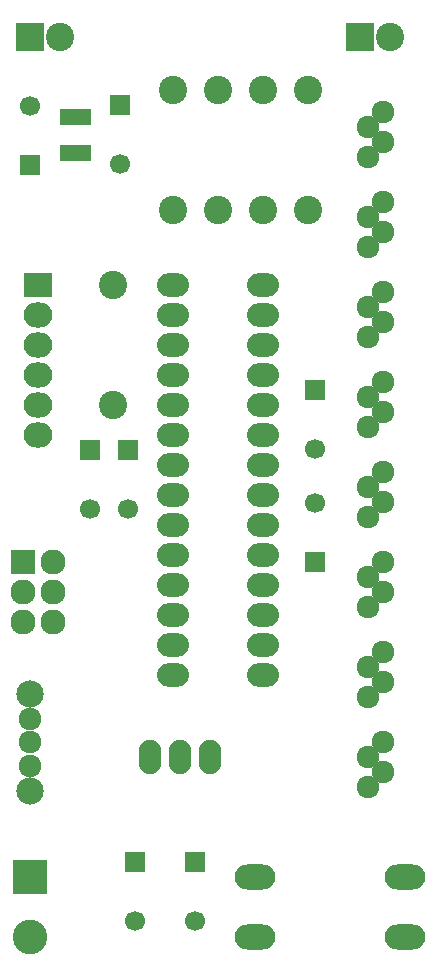
<source format=gbr>
G04 #@! TF.FileFunction,Soldermask,Bot*
%FSLAX46Y46*%
G04 Gerber Fmt 4.6, Leading zero omitted, Abs format (unit mm)*
G04 Created by KiCad (PCBNEW 4.0.0-rc1-stable) date Tue 17 Nov 2015 04:01:17 PM EST*
%MOMM*%
G01*
G04 APERTURE LIST*
%ADD10C,0.100000*%
%ADD11R,2.940000X2.940000*%
%ADD12C,2.940000*%
%ADD13R,1.700000X1.700000*%
%ADD14C,1.700000*%
%ADD15O,2.700000X2.000000*%
%ADD16R,2.127200X2.127200*%
%ADD17O,2.127200X2.127200*%
%ADD18R,2.432000X2.127200*%
%ADD19O,2.432000X2.127200*%
%ADD20C,2.398980*%
%ADD21O,1.901140X2.899360*%
%ADD22C,1.924000*%
%ADD23R,2.400000X2.400000*%
%ADD24C,2.400000*%
%ADD25C,2.305000*%
%ADD26R,0.700000X1.400000*%
%ADD27O,3.448000X2.127200*%
G04 APERTURE END LIST*
D10*
D11*
X46990000Y-140970000D03*
D12*
X46990000Y-146050000D03*
D13*
X60960000Y-139700000D03*
D14*
X60960000Y-144700000D03*
D13*
X55880000Y-139700000D03*
D14*
X55880000Y-144700000D03*
D13*
X71120000Y-114300000D03*
D14*
X71120000Y-109300000D03*
D13*
X55245000Y-104775000D03*
D14*
X55245000Y-109775000D03*
D13*
X54610000Y-75565000D03*
D14*
X54610000Y-80565000D03*
D13*
X46990000Y-80645000D03*
D14*
X46990000Y-75645000D03*
D13*
X71120000Y-99695000D03*
D14*
X71120000Y-104695000D03*
D15*
X59055000Y-90805000D03*
X59055000Y-93345000D03*
X59055000Y-95885000D03*
X59055000Y-98425000D03*
X59055000Y-100965000D03*
X59055000Y-103505000D03*
X59055000Y-106045000D03*
X59055000Y-108585000D03*
X59055000Y-111125000D03*
X59055000Y-113665000D03*
X59055000Y-116205000D03*
X59055000Y-118745000D03*
X59055000Y-121285000D03*
X59055000Y-123825000D03*
X66675000Y-123825000D03*
X66675000Y-121285000D03*
X66675000Y-118745000D03*
X66675000Y-116205000D03*
X66675000Y-113665000D03*
X66675000Y-111125000D03*
X66675000Y-108585000D03*
X66675000Y-106045000D03*
X66675000Y-103505000D03*
X66675000Y-100965000D03*
X66675000Y-98425000D03*
X66675000Y-95885000D03*
X66675000Y-93345000D03*
X66675000Y-90805000D03*
D16*
X46355000Y-114300000D03*
D17*
X48895000Y-114300000D03*
X46355000Y-116840000D03*
X48895000Y-116840000D03*
X46355000Y-119380000D03*
X48895000Y-119380000D03*
D18*
X47625000Y-90805000D03*
D19*
X47625000Y-93345000D03*
X47625000Y-95885000D03*
X47625000Y-98425000D03*
X47625000Y-100965000D03*
X47625000Y-103505000D03*
D20*
X53975000Y-100965000D03*
X53975000Y-90805000D03*
X66675000Y-84455000D03*
X66675000Y-74295000D03*
X62865000Y-84455000D03*
X62865000Y-74295000D03*
X59055000Y-84455000D03*
X59055000Y-74295000D03*
X70485000Y-84455000D03*
X70485000Y-74295000D03*
D21*
X59690000Y-130810000D03*
X57150000Y-130810000D03*
X62230000Y-130810000D03*
D22*
X75565000Y-133350000D03*
X76835000Y-132080000D03*
X75565000Y-130810000D03*
X76835000Y-129540000D03*
X75565000Y-125730000D03*
X76835000Y-124460000D03*
X75565000Y-123190000D03*
X76835000Y-121920000D03*
X75565000Y-118110000D03*
X76835000Y-116840000D03*
X75565000Y-115570000D03*
X76835000Y-114300000D03*
X75565000Y-110490000D03*
X76835000Y-109220000D03*
X75565000Y-107950000D03*
X76835000Y-106680000D03*
X75565000Y-102870000D03*
X76835000Y-101600000D03*
X75565000Y-100330000D03*
X76835000Y-99060000D03*
X75565000Y-95250000D03*
X76835000Y-93980000D03*
X75565000Y-92710000D03*
X76835000Y-91440000D03*
X75565000Y-87630000D03*
X76835000Y-86360000D03*
X75565000Y-85090000D03*
X76835000Y-83820000D03*
X75565000Y-80010000D03*
X76835000Y-78740000D03*
X75565000Y-77470000D03*
X76835000Y-76200000D03*
D23*
X46990000Y-69850000D03*
D24*
X49530000Y-69850000D03*
D23*
X74930000Y-69850000D03*
D24*
X77470000Y-69850000D03*
D22*
X46990000Y-129540000D03*
X46990000Y-127540000D03*
X46990000Y-131540000D03*
D25*
X46990000Y-125440000D03*
X46990000Y-133640000D03*
D26*
X49800000Y-76555000D03*
X50300000Y-76555000D03*
X50800000Y-76555000D03*
X51300000Y-76555000D03*
X51800000Y-76555000D03*
X51800000Y-79655000D03*
X51300000Y-79655000D03*
X50800000Y-79655000D03*
X50300000Y-79655000D03*
X49800000Y-79655000D03*
D27*
X78740000Y-140970000D03*
X78740000Y-146050000D03*
X66040000Y-140970000D03*
X66040000Y-146050000D03*
D13*
X52070000Y-104775000D03*
D14*
X52070000Y-109775000D03*
M02*

</source>
